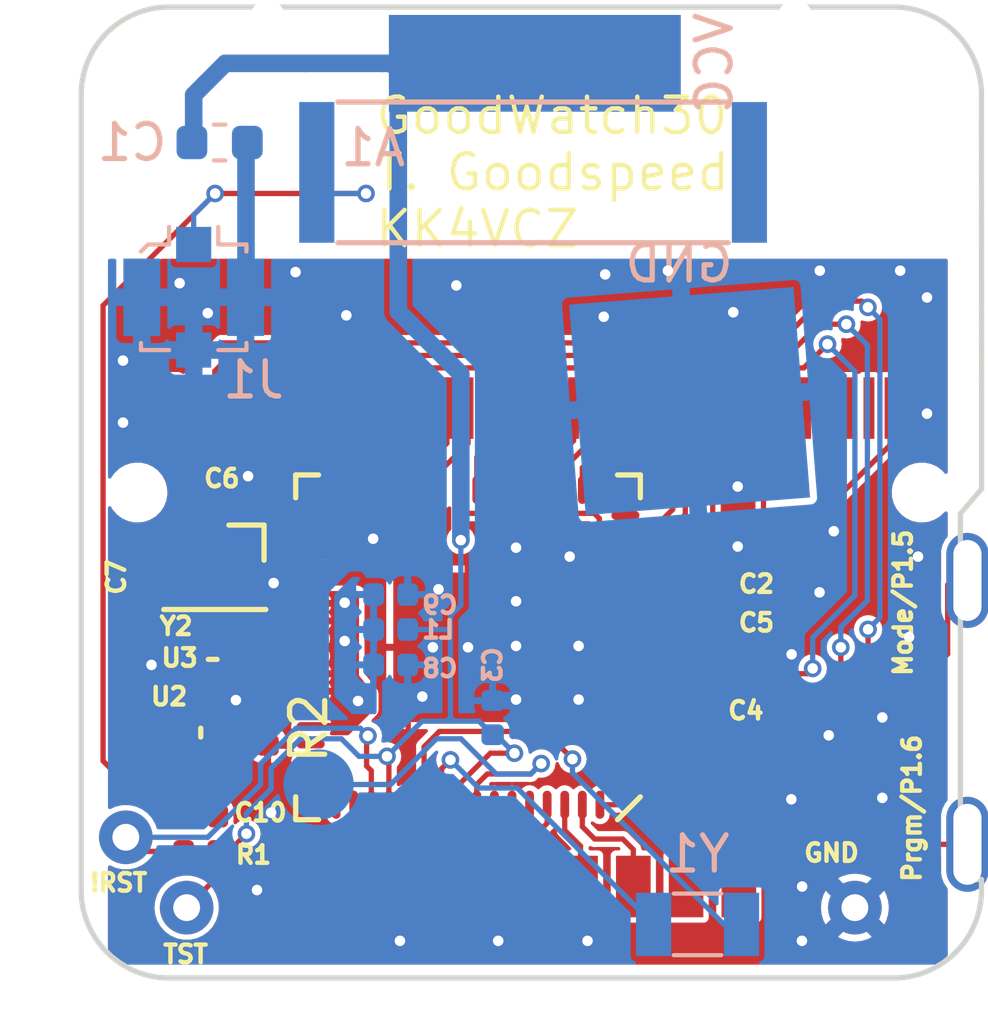
<source format=kicad_pcb>
(kicad_pcb (version 20221018) (generator pcbnew)
  (title_block (title "GoodWatch") (rev "30") (comment 1 "by TravisGoodspeed") (comment 2 "the CC430F6137.  Tuned for either 70cm (<500MHz) or 33cm (<1GHz).") (comment 3 "Replacement PCB for the Casio 3208 watch module (CA53 or CA506) built around"))
  (layers (0 "F.Cu" signal) (31 "B.Cu" signal) (34 "B.Paste" user) (35 "F.Paste" user) (36 "B.SilkS" user "B.Silkscreen") (37 "F.SilkS" user "F.Silkscreen") (38 "B.Mask" user) (39 "F.Mask" user) (44 "Edge.Cuts" user))
  (net 0 "")
  (net 1 "Net-(LCD1-Pad1)")
  (net 2 "Net-(LCD1-Pad5)")
  (net 3 "Net-(LCD1-Pad6)")
  (net 4 "Net-(LCD1-Pad7)")
  (net 5 "Net-(LCD1-Pad8)")
  (net 6 "Net-(LCD1-Pad9)")
  (net 7 "Net-(LCD1-Pad10)")
  (net 8 "Net-(LCD1-Pad11)")
  (net 9 "Net-(LCD1-Pad12)")
  (net 10 "Net-(LCD1-Pad13)")
  (net 11 "Net-(LCD1-Pad14)")
  (net 12 "Net-(LCD1-Pad15)")
  (net 13 "Net-(LCD1-Pad16)")
  (net 14 "Net-(LCD1-Pad17)")
  (net 15 "Net-(LCD1-Pad18)")
  (net 16 "Net-(LCD1-Pad19)")
  (net 17 "Net-(LCD1-Pad20)")
  (net 18 "Net-(LCD1-Pad21)")
  (net 19 "Net-(LCD1-Pad22)")
  (net 20 "Net-(LCD1-Pad23)")
  (net 21 "Net-(LCD1-Pad24)")
  (net 22 "Net-(LCD1-Pad25)")
  (net 23 "Net-(LCD1-Pad26)")
  (net 24 "Net-(LCD1-Pad27)")
  (net 25 "Net-(LCD1-Pad28)")
  (net 26 "Net-(LCD1-Pad29)")
  (net 27 "Net-(LCD1-Pad30)")
  (net 28 "Net-(LCD1-Pad31)")
  (net 29 "Net-(LCD1-Pad32)")
  (net 30 "Net-(LCD1-Pad33)")
  (net 31 "Net-(LCD1-Pad34)")
  (net 32 "Net-(BRD1-Pad4)")
  (net 33 "Net-(BRD1-Pad3)")
  (net 34 "Net-(KPD1-Pad1)")
  (net 35 "Net-(KPD1-Pad2)")
  (net 36 "Net-(KPD1-Pad3)")
  (net 37 "Net-(KPD1-Pad4)")
  (net 38 "Net-(KPD1-Pad5)")
  (net 39 "Net-(KPD1-Pad6)")
  (net 40 "Net-(KPD1-Pad7)")
  (net 41 "Net-(KPD1-Pad8)")
  (net 42 "Net-(KPD1-Pad9)")
  (net 43 "GND")
  (net 44 "VCC")
  (net 45 "Net-(U1-Pad46)")
  (net 46 "Net-(U1-Pad47)")
  (net 47 "Net-(U1-Pad48)")
  (net 48 "Net-(U1-Pad49)")
  (net 49 "Net-(U1-Pad54)")
  (net 50 "Net-(U1-Pad55)")
  (net 51 "/TST")
  (net 52 "/!RST")
  (net 53 "/COM0")
  (net 54 "/COM1")
  (net 55 "/COM2")
  (net 56 "/VCORE")
  (net 57 "Net-(LCD1-Pad35)")
  (net 58 "/LCDCAP")
  (net 59 "/RF_P")
  (net 60 "/RF_N")
  (net 61 "Net-(A1-Pad1)")
  (net 62 "Net-(R2-Pad1)")
  (net 63 "/RF_XIN")
  (net 64 "/RF_XOUT")
  (net 65 "/RFVCC")
  (net 66 "/BUZZ")
  (net 67 "Net-(C10-Pad1)")
  (net 68 "Net-(U2-Pad2)")
  (net 69 "Net-(U2-Pad6)")
  (net 70 "Net-(U2-Pad8)")
  (net 71 "Net-(U3-Pad5)")
  (net 72 "Net-(U3-Pad6)")
  (footprint "goodwatch30:LP15" (layer "F.Cu") (at 100 79.8 90)
    (fp_text reference "U2")
    (fp_text value "0915LP15B02")
  )
  (footprint "goodwatch30:B0310J50100AHF" (layer "F.Cu") (at 100.965 77.343 180)
    (fp_text reference "U3")
    (fp_text value "B0310J50100AHF")
  )
  (footprint "goodwatch30:CC430F613x" (layer "F.Cu") (at 107.6 77 180)
    (fp_text reference "U1" hide)
    (fp_text value "CC430F613x" hide)
  )
  (footprint "Capacitor_SMD:C_0402_1005Metric" (layer "F.Cu") (at 115.523 79.669)
    (fp_text reference "C4")
    (fp_text value "10uF")
  )
  (footprint "goodwatch30:FA128" (layer "F.Cu") (at 100.4 74.725 180)
    (fp_text reference "Y2")
    (fp_text value "FA128 26MHz")
  )
  (footprint "goodwatch30:ca53board" (layer "F.Cu") (at 96.6 86.4)
    (fp_text reference "BRD1" hide)
    (fp_text value "CA53BOARD" hide)
  )
  (footprint "goodwatch30:ca53lcd" (layer "F.Cu") (at 99 70.2)
    (fp_text reference "LCD1" hide)
    (fp_text value "CA53LCD" hide)
  )
  (footprint "goodwatch30:ca53keypad" (layer "F.Cu") (at 102.8 83.8)
    (fp_text reference "KPD1" hide)
    (fp_text value "CA53KEYPAD" hide)
  )
  (footprint "Resistor_SMD:R_0402_1005Metric" (layer "F.Cu") (at 101.9 79.3 -90)
    (fp_text reference "R2")
    (fp_text value "56k")
  )
  (footprint "Resistor_SMD:R_0402_1005Metric" (layer "F.Cu") (at 100 82.8 180)
    (fp_text reference "R1")
    (fp_text value "75k")
  )
  (footprint "Capacitor_SMD:C_0402_1005Metric" (layer "F.Cu") (at 100 81.8 180)
    (fp_text reference "C10")
    (fp_text value "220pF")
  )
  (footprint "Capacitor_SMD:C_0402_1005Metric" (layer "F.Cu") (at 98.4796 75 90)
    (fp_text reference "C7")
    (fp_text value "12pF")
  )
  (footprint "Capacitor_SMD:C_0402_1005Metric" (layer "F.Cu") (at 101 73.0396 180)
    (fp_text reference "C6")
    (fp_text value "12pF")
  )
  (footprint "Capacitor_SMD:C_0402_1005Metric" (layer "F.Cu") (at 114.253 76.24)
    (fp_text reference "C5")
    (fp_text value "0.47uF")
  )
  (footprint "Capacitor_SMD:C_0402_1005Metric" (layer "F.Cu") (at 114.253 75.224)
    (fp_text reference "C2")
    (fp_text value "0.1uF")
  )
  (footprint "Crystal:Crystal_SMD_3215-2Pin_3.2x1.5mm" (layer "B.Cu") (at 114.126 84.876 180)
    (fp_text reference "Y1")
    (fp_text value "32.768kHz")
  )
  (footprint "Inductor_SMD:L_0402_1005Metric" (layer "B.Cu") (at 105.4 76.494)
    (fp_text reference "L1")
    (fp_text value "Ferrite 1k")
  )
  (footprint "Capacitor_SMD:C_0603_1608Metric" (layer "B.Cu") (at 100.537 62.651)
    (fp_text reference "C1")
    (fp_text value "47uF")
  )
  (footprint "Connector_Coaxial:U.FL_Molex_MCRF_73412-0110_Vertical" (layer "B.Cu") (at 99.8 67.05)
    (fp_text reference "J1")
    (fp_text value "ANT_U.FL")
  )
  (footprint "goodwatch30:YageoS432" (layer "B.Cu") (at 109.45 63.5)
    (fp_text reference "A1")
    (fp_text value "YageoS432")
  )
  (footprint "Capacitor_SMD:C_0402_1005Metric" (layer "B.Cu") (at 108.3 79 90)
    (fp_text reference "C3")
    (fp_text value "0.1uF")
  )
  (footprint "Capacitor_SMD:C_0402_1005Metric" (layer "B.Cu") (at 105.4 75.5)
    (fp_text reference "C9")
    (fp_text value "0.1uF")
  )
  (footprint "Capacitor_SMD:C_0402_1005Metric" (layer "B.Cu") (at 105.4 77.5)
    (fp_text reference "C8")
    (fp_text value "0.1uF")
  )
  (gr_line (start 122.2 83.9) (end 122.2 83.6) (stroke (width 0.15)) (layer "Edge.Cuts"))
  (gr_line (start 99.1 86.4) (end 119.7 86.4) (stroke (width 0.15)) (layer "Edge.Cuts"))
  (gr_arc (start 96.6 61.3) (mid 97.332233 59.532233) (end 99.1 58.8) (stroke (width 0.15)) (layer "Edge.Cuts"))
  (gr_line (start 121.6 73.2) (end 122.2 72.5) (stroke (width 0.15)) (layer "Edge.Cuts"))
  (gr_arc (start 119.7 58.8) (mid 121.467767 59.532233) (end 122.2 61.3) (stroke (width 0.15)) (layer "Edge.Cuts"))
  (gr_line (start 119.7 58.8) (end 99.1 58.8) (stroke (width 0.15)) (layer "Edge.Cuts"))
  (gr_line (start 121.6 83.6) (end 121.6 73.2) (stroke (width 0.15)) (layer "Edge.Cuts"))
  (gr_line (start 122.2 83.6) (end 121.6 83.6) (stroke (width 0.15)) (layer "Edge.Cuts"))
  (gr_arc (start 99.1 86.4) (mid 97.332233 85.667767) (end 96.6 83.9) (stroke (width 0.15)) (layer "Edge.Cuts"))
  (gr_arc (start 122.2 83.9) (mid 121.467767 85.667767) (end 119.7 86.4) (stroke (width 0.15)) (layer "Edge.Cuts"))
  (gr_line (start 96.6 61.3) (end 96.6 83.9) (stroke (width 0.15)) (layer "Edge.Cuts"))
  (gr_line (start 122.2032 72.5062) (end 122.2 61.3) (stroke (width 0.15)) (layer "Edge.Cuts"))
  (gr_text "GND" (at 117.936 82.844) (layer "F.SilkS") (effects (font (size 0.5 0.5) (thickness 0.125))))
  (gr_text "Mode/P1.5" (at 119.968 75.732 90) (layer "F.SilkS") (effects (font (size 0.5 0.5) (thickness 0.125))))
  (gr_text "!RST" (at 97.663 83.693) (layer "F.SilkS") (effects (font (size 0.5 0.5) (thickness 0.125))))
  (gr_text "Prgm/P1.6" (at 120.222 81.574 90) (layer "F.SilkS") (effects (font (size 0.5 0.5) (thickness 0.125))))
  (gr_text "TST" (at 99.568 85.725) (layer "F.SilkS") (effects (font (size 0.5 0.5) (thickness 0.125))))
  (gr_text "GoodWatch30\nT. Goodspeed\nKK4VCZ" (at 104.902 63.5) (layer "F.SilkS") (effects (font (size 1 1) (thickness 0.125)) (justify left)))
  (segment (start 102.2 72.811092) (end 102.2 70.2) (width 0.15) (layer "F.Cu") (net 3))
  (segment (start 103.125 74.169) (end 103.09771 74.14171) (width 0.15) (layer "F.Cu") (net 3))
  (segment (start 103.125 74.25) (end 103.125 74.169) (width 0.15) (layer "F.Cu") (net 3))
  (segment (start 102.436002 74.14171) (end 102.10268 73.808388) (width 0.15) (layer "F.Cu") (net 3))
  (segment (start 102.10268 73.808388) (end 102.10268 72.908412) (width 0.15) (layer "F.Cu") (net 3))
  (segment (start 103.09771 74.14171) (end 102.436002 74.14171) (width 0.15) (layer "F.Cu") (net 3))
  (segment (start 102.10268 72.908412) (end 102.2 72.811092) (width 0.15) (layer "F.Cu") (net 3))
  (segment (start 103.125 73.75) (end 102.5472 73.75) (width 0.15) (layer "F.Cu") (net 4))
  (segment (start 102.8 72.714) (end 102.8 70.2) (width 0.15) (layer "F.Cu") (net 4))
  (segment (start 102.45829 73.66109) (end 102.45829 73.05571) (width 0.15) (layer "F.Cu") (net 4))
  (segment (start 102.5472 73.75) (end 102.45829 73.66109) (width 0.15) (layer "F.Cu") (net 4))
  (segment (start 102.45829 73.05571) (end 102.8 72.714) (width 0.15) (layer "F.Cu") (net 4))
  (segment (start 103.4 70.2) (end 103.4 72.975) (width 0.15) (layer "F.Cu") (net 5))
  (segment (start 103.4 72.975) (end 103.125 73.25) (width 0.15) (layer "F.Cu") (net 5))
  (segment (start 104 71.2) (end 103.85 71.35) (width 0.15) (layer "F.Cu") (net 6))
  (segment (start 103.85 71.35) (end 103.85 72.525) (width 0.15) (layer "F.Cu") (net 6))
  (segment (start 104 70.2) (end 104 71.2) (width 0.15) (layer "F.Cu") (net 6))
  (segment (start 104.35 71.45) (end 104.35 72.525) (width 0.15) (layer "F.Cu") (net 7))
  (segment (start 104.6 70.2) (end 104.6 71.2) (width 0.15) (layer "F.Cu") (net 7))
  (segment (start 104.6 71.2) (end 104.35 71.45) (width 0.15) (layer "F.Cu") (net 7))
  (segment (start 104.85 71.55) (end 104.85 72.525) (width 0.15) (layer "F.Cu") (net 8))
  (segment (start 105.2 70.2) (end 105.2 71.2) (width 0.15) (layer "F.Cu") (net 8))
  (segment (start 105.2 71.2) (end 104.85 71.55) (width 0.15) (layer "F.Cu") (net 8))
  (segment (start 105.8 70.2) (end 105.8 71.220807) (width 0.15) (layer "F.Cu") (net 9))
  (segment (start 105.8 71.220807) (end 105.35 71.670807) (width 0.15) (layer "F.Cu") (net 9))
  (segment (start 105.35 71.670807) (end 105.35 72.525) (width 0.15) (layer "F.Cu") (net 9))
  (segment (start 105.85 71.75) (end 105.85 72.525) (width 0.15) (layer "F.Cu") (net 10))
  (segment (start 106.4 70.2) (end 106.4 71.2) (width 0.15) (layer "F.Cu") (net 10))
  (segment (start 106.4 71.2) (end 105.85 71.75) (width 0.15) (layer "F.Cu") (net 10))
  (segment (start 107 71.2) (end 106.35 71.85) (width 0.15) (layer "F.Cu") (net 11))
  (segment (start 106.35 71.85) (end 106.35 72.525) (width 0.15) (layer "F.Cu") (net 11))
  (segment (start 107 70.2) (end 107 71.2) (width 0.15) (layer "F.Cu") (net 11))
  (segment (start 107.6 70.2) (end 107.6 71.2) (width 0.15) (layer "F.Cu") (net 12))
  (segment (start 106.85 71.95) (end 106.85 72.525) (width 0.15) (layer "F.Cu") (net 12))
  (segment (start 107.6 71.2) (end 106.85 71.95) (width 0.15) (layer "F.Cu") (net 12))
  (segment (start 108.2 71.244) (end 107.85 71.594) (width 0.15) (layer "F.Cu") (net 13))
  (segment (start 107.85 71.594) (end 107.85 72.525) (width 0.15) (layer "F.Cu") (net 13))
  (segment (start 108.2 70.2) (end 108.2 71.244) (width 0.15) (layer "F.Cu") (net 13))
  (segment (start 108.8 71.152) (end 108.35 71.602) (width 0.15) (layer "F.Cu") (net 14))
  (segment (start 108.35 71.602) (end 108.35 72.525) (width 0.15) (layer "F.Cu") (net 14))
  (segment (start 108.8 70.2) (end 108.8 71.152) (width 0.15) (layer "F.Cu") (net 14))
  (segment (start 109.4 71.06) (end 108.85 71.61) (width 0.15) (layer "F.Cu") (net 15))
  (segment (start 108.85 71.61) (end 108.85 72.525) (width 0.15) (layer "F.Cu") (net 15))
  (segment (start 109.4 70.2) (end 109.4 71.06) (width 0.15) (layer "F.Cu") (net 15))
  (segment (start 110 71.095) (end 109.35 71.745) (width 0.15) (layer "F.Cu") (net 16))
  (segment (start 109.35 71.745) (end 109.35 72.525) (width 0.15) (layer "F.Cu") (net 16))
  (segment (start 110 70.2) (end 110 71.095) (width 0.15) (layer "F.Cu") (net 16))
  (segment (start 110.6 71.13) (end 109.808 71.922) (width 0.15) (layer "F.Cu") (net 17))
  (segment (start 109.808 71.922) (end 109.808 72.483) (width 0.15) (layer "F.Cu") (net 17))
  (segment (start 109.808 72.483) (end 109.85 72.525) (width 0.15) (layer "F.Cu") (net 17))
  (segment (start 110.6 70.2) (end 110.6 71.13) (width 0.15) (layer "F.Cu") (net 17))
  (segment (start 111.2 71.032898) (end 110.951 71.281898) (width 0.15) (layer "F.Cu") (net 18))
  (segment (start 110.951 71.281898) (end 110.313449 71.919449) (width 0.15) (layer "F.Cu") (net 18))
  (segment (start 110.313449 71.919449) (end 110.313449 72.488449) (width 0.15) (layer "F.Cu") (net 18))
  (segment (start 110.313449 72.488449) (end 110.35 72.525) (width 0.15) (layer "F.Cu") (net 18))
  (segment (start 111.2 70.2) (end 111.2 71.032898) (width 0.15) (layer "F.Cu") (net 18))
  (segment (start 111.8 71.073) (end 111.400602 71.472398) (width 0.15) (layer "F.Cu") (net 19))
  (segment (start 111.400602 71.472398) (end 111.273602 71.472398) (width 0.15) (layer "F.Cu") (net 19))
  (segment (start 111.273602 71.472398) (end 110.85 71.896) (width 0.15) (layer "F.Cu") (net 19))
  (segment (start 110.85 71.896) (end 110.85 72.525) (width 0.15) (layer "F.Cu") (net 19))
  (segment (start 111.8 70.2) (end 111.8 71.073) (width 0.15) (layer "F.Cu") (net 19))
  (segment (start 112.4 71.108) (end 111.35 72.158) (width 0.15) (layer "F.Cu") (net 20))
  (segment (start 111.35 72.158) (end 111.35 72.525) (width 0.15) (layer "F.Cu") (net 20))
  (segment (start 112.4 70.2) (end 112.4 71.108) (width 0.15) (layer "F.Cu") (net 20))
  (segment (start 113 71.2528) (end 112.075 72.1778) (width 0.15) (layer "F.Cu") (net 21))
  (segment (start 112.075 72.1778) (end 112.075 73.25) (width 0.15) (layer "F.Cu") (net 21))
  (segment (start 113 70.2) (end 113 71.2528) (width 0.15) (layer "F.Cu") (net 21))
  (segment (start 112.75 73.75) (end 112.075 73.75) (width 0.15) (layer "F.Cu") (net 22))
  (segment (start 113.6 70.2) (end 113.6 70.67) (width 0.15) (layer "F.Cu") (net 22))
  (segment (start 113.6 71.2528) (end 113.421701 71.431099) (width 0.15) (layer "F.Cu") (net 22))
  (segment (start 113.6 70.2) (end 113.6 71.2528) (width 0.15) (layer "F.Cu") (net 22))
  (segment (start 113.421701 71.431099) (end 113.421701 73.078299) (width 0.15) (layer "F.Cu") (net 22))
  (segment (start 113.421701 73.078299) (end 112.75 73.75) (width 0.15) (layer "F.Cu") (net 22))
  (segment (start 114.2 70.2) (end 114.2 71.3) (width 0.15) (layer "F.Cu") (net 23))
  (segment (start 113.777311 71.722689) (end 113.777311 73.222689) (width 0.15) (layer "F.Cu") (net 23))
  (segment (start 114.2 71.3) (end 113.777311 71.722689) (width 0.15) (layer "F.Cu") (net 23))
  (segment (start 112.75 74.25) (end 112.075 74.25) (width 0.15) (layer "F.Cu") (net 23))
  (segment (start 113.777311 73.222689) (end 112.75 74.25) (width 0.15) (layer "F.Cu") (net 23))
  (segment (start 112.75 74.75) (end 112.075 74.75) (width 0.15) (layer "F.Cu") (net 24))
  (segment (start 114.8 70.2) (end 114.8 71.3) (width 0.15) (layer "F.Cu") (net 24))
  (segment (start 114.13292 73.36708) (end 112.75 74.75) (width 0.15) (layer "F.Cu") (net 24))
  (segment (start 114.8 71.3) (end 114.13292 71.96708) (width 0.15) (layer "F.Cu") (net 24))
  (segment (start 114.13292 71.96708) (end 114.13292 73.36708) (width 0.15) (layer "F.Cu") (net 24))
  (segment (start 114.558719 73.441281) (end 114.558719 72.094081) (width 0.15) (layer "F.Cu") (net 25))
  (segment (start 112.075 75.25) (end 112.75 75.25) (width 0.15) (layer "F.Cu") (net 25))
  (segment (start 112.75 75.25) (end 114.558719 73.441281) (width 0.15) (layer "F.Cu") (net 25))
  (segment (start 114.558719 72.094081) (end 115.4 71.2528) (width 0.15) (layer "F.Cu") (net 25))
  (segment (start 115.4 71.2528) (end 115.4 70.2) (width 0.15) (layer "F.Cu") (net 25))
  (segment (start 116 71.2528) (end 116 70.2) (width 0.15) (layer "F.Cu") (net 26))
  (segment (start 113.1 76.9) (end 115.5 76.9) (width 0.15) (layer "F.Cu") (net 26))
  (segment (start 116 76.4) (end 116 71.2528) (width 0.15) (layer "F.Cu") (net 26))
  (segment (start 112.075 76.75) (end 112.95 76.75) (width 0.15) (layer "F.Cu") (net 26))
  (segment (start 112.95 76.75) (end 113.1 76.9) (width 0.15) (layer "F.Cu") (net 26))
  (segment (start 115.5 76.9) (end 116 76.4) (width 0.15) (layer "F.Cu") (net 26))
  (segment (start 121.8 81.85) (end 121.8 82.6) (width 0.15) (layer "F.Cu") (net 32))
  (segment (start 116.158 82.810438) (end 120.763562 82.810438) (width 0.15) (layer "F.Cu") (net 32))
  (segment (start 120.763562 82.810438) (end 120.974 82.6) (width 0.15) (layer "F.Cu") (net 32))
  (segment (start 120.974 82.6) (end 121.8 82.6) (width 0.15) (layer "F.Cu") (net 32))
  (segment (start 113.597562 80.25) (end 116.158 82.810438) (width 0.15) (layer "F.Cu") (net 32))
  (segment (start 112.075 80.25) (end 113.597562 80.25) (width 0.15) (layer "F.Cu") (net 32))
  (segment (start 120.6 77.8278) (end 121.238 77.1898) (width 0.15) (layer "F.Cu") (net 33))
  (segment (start 121.238 77.1898) (end 121.238 75.224) (width 0.15) (layer "F.Cu") (net 33))
  (segment (start 113.60047 79.75) (end 116.305298 82.454828) (width 0.15) (layer "F.Cu") (net 33))
  (segment (start 120.6 81.8) (end 120.6 77.8278) (width 0.15) (layer "F.Cu") (net 33))
  (segment (start 116.305298 82.454828) (end 119.945172 82.454828) (width 0.15) (layer "F.Cu") (net 33))
  (segment (start 121.238 75.224) (end 121.676 75.224) (width 0.15) (layer "F.Cu") (net 33))
  (segment (start 119.945172 82.454828) (end 120.6 81.8) (width 0.15) (layer "F.Cu") (net 33))
  (segment (start 121.676 75.224) (end 121.8 75.1) (width 0.15) (layer "F.Cu") (net 33))
  (segment (start 112.075 79.75) (end 113.60047 79.75) (width 0.15) (layer "F.Cu") (net 33))
  (segment (start 107.943933 82.302689) (end 108.35 81.896622) (width 0.15) (layer "F.Cu") (net 35))
  (segment (start 104.8 83.4175) (end 105.559201 82.658299) (width 0.15) (layer "F.Cu") (net 35))
  (segment (start 105.559201 82.658299) (end 106.556293 82.658299) (width 0.15) (layer "F.Cu") (net 35))
  (segment (start 104.8 84.1825) (end 104.8 83.8) (width 0.15) (layer "F.Cu") (net 35))
  (segment (start 108.35 81.475) (end 108.35 81.803961) (width 0.15) (layer "F.Cu") (net 35))
  (segment (start 106.911903 82.302689) (end 107.943933 82.302689) (width 0.15) (layer "F.Cu") (net 35))
  (segment (start 104.8 83.8) (end 104.8 83.4175) (width 0.15) (layer "F.Cu") (net 35))
  (segment (start 108.35 81.896622) (end 108.35 81.475) (width 0.15) (layer "F.Cu") (net 35))
  (segment (start 106.556293 82.658299) (end 106.911903 82.302689) (width 0.15) (layer "F.Cu") (net 35))
  (segment (start 106.3 83.8) (end 106.3 83.4175) (width 0.15) (layer "F.Cu") (net 36))
  (segment (start 107.059201 82.658299) (end 108.141701 82.658299) (width 0.15) (layer "F.Cu") (net 36))
  (segment (start 108.141701 82.658299) (end 108.85 81.95) (width 0.15) (layer "F.Cu") (net 36))
  (segment (start 106.3 83.4175) (end 107.059201 82.658299) (width 0.15) (layer "F.Cu") (net 36))
  (segment (start 108.85 81.95) (end 108.85 81.475) (width 0.15) (layer "F.Cu") (net 36))
  (segment (start 108.540799 82.805611) (end 109.35 81.99641) (width 0.15) (layer "F.Cu") (net 37))
  (segment (start 109.35 81.99641) (end 109.35 81.475) (width 0.15) (layer "F.Cu") (net 37))
  (segment (start 108.240799 83.8) (end 108.540799 83.5) (width 0.15) (layer "F.Cu") (net 37))
  (segment (start 107.8 83.8) (end 108.240799 83.8) (width 0.15) (layer "F.Cu") (net 37))
  (segment (start 108.540799 83.5) (end 108.540799 82.805611) (width 0.15) (layer "F.Cu") (net 37))
  (segment (start 109.35 83.75) (end 109.3 83.8) (width 0.15) (layer "F.Cu") (net 38))
  (segment (start 109.3 83.8) (end 109.3 83.098) (width 0.15) (layer "F.Cu") (net 38))
  (segment (start 109.85 82) (end 109.35 82.5) (width 0.15) (layer "F.Cu") (net 38))
  (segment (start 109.35 82.5) (end 109.35 83.75) (width 0.15) (layer "F.Cu") (net 38))
  (segment (start 109.85 81.475) (end 109.85 82) (width 0.15) (layer "F.Cu") (net 38))
  (segment (start 110.35 82.2) (end 110.35 81.475) (width 0.15) (layer "F.Cu") (net 39))
  (segment (start 110.8 83.8) (end 110.8 82.65) (width 0.15) (layer "F.Cu") (net 39))
  (segment (start 110.8 82.65) (end 110.35 82.2) (width 0.15) (layer "F.Cu") (net 39))
  (segment (start 110.85 82.1) (end 111.2 82.45) (width 0.15) (layer "F.Cu") (net 40))
  (segment (start 112 82.45) (end 112.3 82.75) (width 0.15) (layer "F.Cu") (net 40))
  (segment (start 110.85 81.475) (end 110.85 82.1) (width 0.15) (layer "F.Cu") (net 40))
  (segment (start 111.2 82.45) (end 112 82.45) (width 0.15) (layer "F.Cu") (net 40))
  (segment (start 112.3 82.75) (end 112.3 83.8) (width 0.15) (layer "F.Cu") (net 40))
  (segment (start 112.63 81.475) (end 113.8 82.645) (width 0.15) (layer "F.Cu") (net 41))
  (segment (start 113.8 82.645) (end 113.8 83.8) (width 0.15) (layer "F.Cu") (net 41))
  (segment (start 111.35 81.475) (end 112.63 81.475) (width 0.15) (layer "F.Cu") (net 41))
  (segment (start 113.429 80.75) (end 115.3 82.621) (width 0.15) (layer "F.Cu") (net 42))
  (segment (start 115.3 82.621) (end 115.3 83.8) (width 0.15) (layer "F.Cu") (net 42))
  (segment (start 112.075 80.75) (end 113.429 80.75) (width 0.15) (layer "F.Cu") (net 42))
  (segment (start 108.966 76.962) (end 107.638 76.962) (width 0.15) (layer "F.Cu") (net 43))
  (segment (start 105.85 81.475) (end 105.85 82.05) (width 0.15) (layer "F.Cu") (net 43))
  (segment (start 105.6 82.3) (end 105.1 82.3) (width 0.15) (layer "F.Cu") (net 43))
  (segment (start 101.0704 75.3072) (end 101.93737 75.3072) (width 0.15) (layer "F.Cu") (net 43))
  (segment (start 105.9 81.425) (end 105.9 78.7) (width 0.15) (layer "F.Cu") (net 43))
  (segment (start 107.638 76.962) (end 107.6 77) (width 0.15) (layer "F.Cu") (net 43))
  (segment (start 101.259 72.049) (end 101.346 72.136) (width 0.15) (layer "F.Cu") (net 43))
  (segment (start 105.9 78.7) (end 107.6 77) (width 0.15) (layer "F.Cu") (net 43))
  (segment (start 99.31 74.515) (end 99.675 74.15) (width 0.15) (layer "F.Cu") (net 43))
  (segment (start 98.4796 74.515) (end 99.31 74.515) (width 0.15) (layer "F.Cu") (net 43))
  (segment (start 105.85 82.05) (end 105.6 82.3) (width 0.15) (layer "F.Cu") (net 43))
  (segment (start 105.85 81.475) (end 105.9 81.425) (width 0.15) (layer "F.Cu") (net 43))
  (segment (start 101.93737 75.3072) (end 102.072285 75.172285) (width 0.15) (layer "F.Cu") (net 43))
  (segment (start 119.34 81.32) (end 119.38 81.28) (width 0.15) (layer "F.Cu") (net 43))
  (via (at 99.4 66.65) (size 0.5) (drill 0.3) (layers "F.Cu" "B.Cu") (net 43))
  (via (at 102.696 66.334) (size 0.5) (drill 0.3) (layers "F.Cu" "B.Cu") (net 43))
  (via (at 107.268 66.715) (size 0.5) (drill 0.3) (layers "F.Cu" "B.Cu") (net 43))
  (via (at 116.793 81.32) (size 0.5) (drill 0.3) (layers "F.Cu" "B.Cu") (net 43))
  (via (at 108.966 78.486) (size 0.5) (drill 0.3) (layers "F.Cu" "B.Cu") (net 43))
  (via (at 108.966 76.962) (size 0.5) (drill 0.3) (layers "F.Cu" "B.Cu") (net 43))
  (via (at 108.966 75.692) (size 0.5) (drill 0.3) (layers "F.Cu" "B.Cu") (net 43))
  (via (at 98.6 77.5) (size 0.5) (drill 0.3) (layers "F.Cu" "B.Cu") (net 43))
  (via (at 101.6 83.9) (size 0.5) (drill 0.3) (layers "F.Cu" "B.Cu") (net 43))
  (via (at 102 81.7) (size 0.5) (drill 0.3) (layers "F.Cu" "B.Cu") (net 43))
  (via (at 111.5 66.4) (size 0.5) (drill 0.3) (layers "F.Cu" "B.Cu") (net 43))
  (via (at 106.3 78.4) (size 0.5) (drill 0.3) (layers "F.Cu" "B.Cu") (net 43))
  (via (at 119.38 81.28) (size 0.5) (drill 0.3) (layers "F.Cu" "B.Cu") (net 43))
  (via (at 106.76 75.351) (size 0.5) (drill 0.3) (layers "F.Cu" "B.Cu") (net 43))
  (via (at 107.6 77) (size 0.5) (drill 0.3) (layers "F.Cu" "B.Cu") (net 43))
  (via (at 115.142 67.477) (size 0.5) (drill 0.3) (layers "F.Cu" "B.Cu") (net 43))
  (via (at 115.269 72.43) (size 0.5) (drill 0.3) (layers "F.Cu" "B.Cu") (net 43))
  (via (at 104.14 67.564) (size 0.5) (drill 0.3) (layers "F.Cu" "B.Cu") (net 43))
  (via (at 102.072285 75.172285) (size 0.5) (drill 0.3) (layers "F.Cu" "B.Cu") (net 43))
  (via (at 113.284 66.294) (size 0.5) (drill 0.3) (layers "F.Cu" "B.Cu") (net 43))
  (via (at 97.79 70.612) (size 0.5) (drill 0.3) (layers "F.Cu" "B.Cu") (net 43))
  (via (at 110.744 78.486) (size 0.5) (drill 0.3) (layers "F.Cu" "B.Cu") (net 43))
  (via (at 117.602 66.294) (size 0.5) (drill 0.3) (layers "F.Cu" "B.Cu") (net 43))
  (via (at 119.888 66.294) (size 0.5) (drill 0.3) (layers "F.Cu" "B.Cu") (net 43))
  (via (at 101.346 72.136) (size 0.5) (drill 0.3) (layers "F.Cu" "B.Cu") (net 43))
  (via (at 116.8 77.2) (size 0.5) (drill 0.3) (layers "F.Cu" "B.Cu") (net 43))
  (via (at 97.79 68.85) (size 0.5) (drill 0.3) (layers "F.Cu" "B.Cu") (net 43))
  (via (at 120.142 76.708) (size 0.5) (drill 0.3) (layers "F.Cu" "B.Cu") (net 43))
  (via (at 117.094 85.344) (size 0.5) (drill 0.3) (layers "F.Cu" "B.Cu") (net 43))
  (via (at 120.65 67.056) (size 0.5) (drill 0.3) (layers "F.Cu" "B.Cu") (net 43))
  (via (at 108.458 85.344) (size 0.5) (drill 0.3) (layers "F.Cu" "B.Cu") (net 43))
  (via (at 105.664 85.344) (size 0.5) (drill 0.3) (layers "F.Cu" "B.Cu") (net 43))
  (via (at 106.6 77) (size 0.5) (drill 0.3) (layers "F.Cu" "B.Cu") (net 43))
  (via (at 115.269 74.1352) (size 0.5) (drill 0.3) (layers "F.Cu" "B.Cu") (net 43))
  (via (at 117.1 83.8) (size 0.5) (drill 0.3) (layers "F.Cu" "B.Cu") (net 43))
  (via (at 110.744 76.962) (size 0.5) (drill 0.3) (layers "F.Cu" "B.Cu") (net 43))
  (via (at 111.459 67.604) (size 0.5) (drill 0.3) (layers "F.Cu" "B.Cu") (net 43))
  (via (at 110.49 74.422) (size 0.5) (drill 0.3) (layers "F.Cu" "B.Cu") (net 43))
  (via (at 119.38 78.994) (size 0.5) (drill 0.3) (layers "F.Cu" "B.Cu") (net 43))
  (via (at 117.595 75.438) (size 0.5) (drill 0.3) (layers "F.Cu" "B.Cu") (net 43))
  (via (at 120.65 70.358) (size 0.5) (drill 0.3) (layers "F.Cu" "B.Cu") (net 43))
  (via (at 110.998 85.344) (size 0.5) (drill 0.3) (layers "F.Cu" "B.Cu") (net 43))
  (via (at 117.856 79.502) (size 0.5) (drill 0.3) (layers "F.Cu" "B.Cu") (net 43))
  (via (at 104.902 73.914) (size 0.5) (drill 0.3) (layers "F.Cu" "B.Cu") (net 43))
  (via (at 118 73.7) (size 0.5) (drill 0.3) (layers "F.Cu" "B.Cu") (net 43))
  (via (at 120.396 74.422) (size 0.5) (drill 0.3) (layers "F.Cu" "B.Cu") (net 43))
  (via (at 100.2 67.5) (size 0.5) (drill 0.3) (layers "F.Cu" "B.Cu") (net 43))
  (via (at 108.966 74.168) (size 0.5) (drill 0.3) (layers "F.Cu" "B.Cu") (net 43))
  (via (at 101 78.5) (size 0.5) (drill 0.3) (layers "F.Cu" "B.Cu") (net 43))
  (segment (start 107.649 77.049) (end 107.6 77) (width 0.15) (layer "B.Cu") (net 43))
  (segment (start 101.287 62.651) (end 101.287 67.505) (width 0.5) (layer "B.Cu") (net 43))
  (segment (start 101.287 67.505) (end 101.346 67.564) (width 0.15) (layer "B.Cu") (net 43))
  (segment (start 110.706 77) (end 110.744 76.962) (width 0.15) (layer "B.Cu") (net 43))
  (segment (start 111.187749 73.19171) (end 107.35829 73.19171) (width 0.15) (layer "F.Cu") (net 44))
  (segment (start 107.35 80.894292) (end 108.234292 80.01) (width 0.15) (layer "F.Cu") (net 44))
  (segment (start 112.075 75.75) (end 113.15 75.75) (width 0.15) (layer "F.Cu") (net 44))
  (segment (start 111.332 73.335961) (end 111.187749 73.19171) (width 0.15) (layer "F.Cu") (net 44))
  (segment (start 113.676 75.224) (end 113.933 75.224) (width 0.15) (layer "F.Cu") (net 44))
  (segment (start 112.075 75.75) (end 111.4972 75.75) (width 0.15) (layer "F.Cu") (net 44))
  (segment (start 105.35 81.475) (end 105.35 80.152815) (width 0.15) (layer "F.Cu") (net 44))
  (segment (start 113.15 75.75) (end 113.676 75.224) (width 0.15) (layer "F.Cu") (net 44))
  (segment (start 105.35 80.152815) (end 105.296397 80.099212) (width 0.15) (layer "F.Cu") (net 44))
  (segment (start 107.35 73.2) (end 107.35 73.909) (width 0.15) (layer "F.Cu") (net 44))
  (segment (start 107.35 81.475) (end 107.35 80.894292) (width 0.15) (layer "F.Cu") (net 44))
  (segment (start 107.35 73.909) (end 107.395 73.954) (width 0.15) (layer "F.Cu") (net 44))
  (segment (start 111.332 75.5848) (end 111.332 73.335961) (width 0.15) (layer "F.Cu") (net 44))
  (segment (start 112.093 75.732) (end 112.075 75.75) (width 0.15) (layer "F.Cu") (net 44))
  (segment (start 108.494736 80.01) (end 108.919 80.01) (width 0.15) (layer "F.Cu") (net 44))
  (segment (start 100.8 82.8) (end 101.3 82.3) (width 0.15) (layer "F.Cu") (net 44))
  (segment (start 108.234292 80.01) (end 108.494736 80.01) (width 0.15) (layer "F.Cu") (net 44))
  (segment (start 111.4972 75.75) (end 111.332 75.5848) (width 0.15) (layer "F.Cu") (net 44))
  (segment (start 107.35 73.1028) (end 107.35 73.2) (width 0.15) (layer "F.Cu") (net 44))
  (segment (start 100.485 82.8) (end 100.8 82.8) (width 0.15) (layer "F.Cu") (net 44))
  (segment (start 107.35829 73.19171) (end 107.35 73.2) (width 0.15) (layer "F.Cu") (net 44))
  (segment (start 107.35 73.1028) (end 107.35 72.525) (width 0.15) (layer "F.Cu") (net 44))
  (via (at 108.919 80.01) (size 0.5) (drill 0.3) (layers "F.Cu" "B.Cu") (net 44))
  (via (at 107.395 73.954) (size 0.5) (drill 0.3) (layers "F.Cu" "B.Cu") (net 44))
  (via (at 105.296397 80.099212) (size 0.5) (drill 0.3) (layers "F.Cu" "B.Cu") (net 44))
  (via (at 101.3 82.3) (size 0.5) (drill 0.3) (layers "F.Cu" "B.Cu") (net 44))
  (segment (start 107 79.1) (end 107.2 79.1) (width 0.15) (layer "B.Cu") (net 44))
  (segment (start 105.1722 60.4) (end 109.5 60.4) (width 0.5) (layer "B.Cu") (net 44))
  (segment (start 106.295609 79.1) (end 107 79.1) (width 0.15) (layer "B.Cu") (net 44))
  (segment (start 102 80.436998) (end 102.836998 79.6) (width 0.15) (layer "B.Cu") (net 44))
  (segment (start 101.3 81.724279) (end 102 81.024279) (width 0.15) (layer "B.Cu") (net 44))
  (segment (start 105.617 67.45161) (end 105.617 62.651) (width 0.5) (layer "B.Cu") (net 44))
  (segment (start 107.033299 76.5) (end 107.1 76.566701) (width 0.15) (layer "B.Cu") (net 44))
  (segment (start 105.296397 80.099212) (end 106.295609 79.1) (width 0.15) (layer "B.Cu") (net 44))
  (segment (start 99.812 62.651) (end 99.787 62.651) (width 0.15) (layer "B.Cu") (net 44))
  (segment (start 107.395 73.954) (end 107.395 69.22961) (width 0.5) (layer "B.Cu") (net 44))
  (segment (start 108.3 79.485) (end 108.394 79.485) (width 0.15) (layer "B.Cu") (net 44))
  (segment (start 107.1 79) (end 107 79.1) (width 0.15) (layer "B.Cu") (net 44))
  (segment (start 108.394 79.485) (end 108.919 80.01) (width 0.15) (layer "B.Cu") (net 44))
  (segment (start 107.395 75.805) (end 107.1 76.1) (width 0.15) (layer "B.Cu") (net 44))
  (segment (start 107.2 79.1) (end 107.915 79.1) (width 0.15) (layer "B.Cu") (net 44))
  (segment (start 104.942844 80.099212) (end 105.296397 80.099212) (width 0.15) (layer "B.Cu") (net 44))
  (segment (start 107.1 76.1) (end 107.1 76.6) (width 0.15) (layer "B.Cu") (net 44))
  (segment (start 104.499212 80.099212) (end 104.942844 80.099212) (width 0.15) (layer "B.Cu") (net 44))
  (segment (start 101.3 82.3) (end 101.3 81.724279) (width 0.15) (layer "B.Cu") (net 44))
  (segment (start 109.414 61.254) (end 109.42 61.26) (width 0.15) (layer "B.Cu") (net 44))
  (segment (start 100.7 60.4) (end 99.8 61.3) (width 0.5) (layer "B.Cu") (net 44))
  (segment (start 99.762 62.651) (end 99.787 62.651) (width 0.15) (layer "B.Cu") (net 44))
  (segment (start 108.919 79.9172) (end 108.919 79.958401) (width 0.15) (layer "B.Cu") (net 44))
  (segment (start 105.617 62.651) (end 105.617 60.8448) (width 0.5) (layer "B.Cu") (net 44))
  (segment (start 105.933 76.494) (end 107.027299 76.494) (width 0.15) (layer "B.Cu") (net 44))
  (segment (start 107.1 79) (end 107.2 79.1) (width 0.15) (layer "B.Cu") (net 44))
  (segment (start 102.836998 79.6) (end 104 79.6) (width 0.15) (layer "B.Cu") (net 44))
  (segment (start 105.617 60.8448) (end 105.1722 60.4) (width 0.15) (layer "B.Cu") (net 44))
  (segment (start 108.919 80.01) (end 108.919 79.919) (width 0.15) (layer "B.Cu") (net 44))
  (segment (start 102.9852 60.4) (end 105.1722 60.4) (width 0.5) (layer "B.Cu") (net 44))
  (segment (start 107.395 73.954) (end 107.395 75.805) (width 0.15) (layer "B.Cu") (net 44))
  (segment (start 104 79.6) (end 104.499212 80.099212) (width 0.15) (layer "B.Cu") (net 44))
  (segment (start 107.1 76.566701) (end 107.1 79) (width 0.15) (layer "B.Cu") (net 44))
  (segment (start 102 81.024279) (end 102 80.436998) (width 0.15) (layer "B.Cu") (net 44))
  (segment (start 107.395 69.22961) (end 105.617 67.45161) (width 0.5) (layer "B.Cu") (net 44))
  (segment (start 102.9852 60.4) (end 100.7 60.4) (width 0.5) (layer "B.Cu") (net 44))
  (segment (start 107.027299 76.494) (end 107.033299 76.5) (width 0.15) (layer "B.Cu") (net 44))
  (segment (start 99.8 61.3) (end 99.8 62.7) (width 0.5) (layer "B.Cu") (net 44))
  (segment (start 107.915 79.1) (end 108.3 79.485) (width 0.15) (layer "B.Cu") (net 44))
  (segment (start 106.785207 79.391701) (end 109.791701 79.391701) (width 0.15) (layer "F.Cu") (net 49))
  (segment (start 106.35 81.475) (end 106.35 79.826908) (width 0.15) (layer "F.Cu") (net 49))
  (segment (start 109.791701 79.391701) (end 110.57 80.17) (width 0.15) (layer "F.Cu") (net 49))
  (segment (start 106.35 79.826908) (end 106.785207 79.391701) (width 0.15) (layer "F.Cu") (net 49))
  (segment (start 110.57 80.17) (end 110.57 80.177) (width 0.15) (layer "F.Cu") (net 49))
  (via (at 110.57 80.177) (size 0.5) (drill 0.3) (layers "F.Cu" "B.Cu") (net 49))
  (segment (start 114.876 84.876) (end 115.376 84.876) (width 0.15) (layer "B.Cu") (net 49))
  (segment (start 110.57 80.57) (end 114.876 84.876) (width 0.15) (layer "B.Cu") (net 49))
  (segment (start 110.57 80.177) (end 110.57 80.57) (width 0.15) (layer "B.Cu") (net 49))
  (segment (start 106.85 81.475) (end 106.85 80.45) (width 0.15) (layer "F.Cu") (net 50))
  (segment (start 106.85 80.45) (end 107.1 80.2) (width 0.15) (layer "F.Cu") (net 50))
  (via (at 107.1 80.2) (size 0.5) (drill 0.3) (layers "F.Cu" "B.Cu") (net 50))
  (segment (start 107.9 81) (end 107.1 80.2) (width 0.15) (layer "B.Cu") (net 50))
  (segment (start 112.876 84.876) (end 109 81) (width 0.15) (layer "B.Cu") (net 50))
  (segment (start 109 81) (end 107.9 81) (width 0.15) (layer "B.Cu") (net 50))
  (segment (start 100.361999 83.638001) (end 99.6 84.4) (width 0.15) (layer "F.Cu") (net 51))
  (segment (start 104.100111 82.302689) (end 102.397311 82.302689) (width 0.15) (layer "F.Cu") (net 51))
  (segment (start 101.061999 83.638001) (end 100.361999 83.638001) (width 0.15) (layer "F.Cu") (net 51))
  (segment (start 104.35 82.0528) (end 104.100111 82.302689) (width 0.15) (layer "F.Cu") (net 51))
  (segment (start 102.397311 82.302689) (end 101.061999 83.638001) (width 0.15) (layer "F.Cu") (net 51))
  (segment (start 104.35 81.475) (end 104.35 82.0528) (width 0.15) (layer "F.Cu") (net 51))
  (segment (start 104.85 81.475) (end 104.85 80.506218) (width 0.15) (layer "F.Cu") (net 52))
  (segment (start 104.716599 80.372817) (end 104.716599 79.553401) (width 0.15) (layer "F.Cu") (net 52))
  (segment (start 104.85 80.506218) (end 104.716599 80.372817) (width 0.15) (layer "F.Cu") (net 52))
  (segment (start 99.515 82.8) (end 98.27 82.8) (width 0.15) (layer "F.Cu") (net 52))
  (segment (start 98.27 82.8) (end 97.87 82.4) (width 0.15) (layer "F.Cu") (net 52))
  (segment (start 104.716599 79.553401) (end 104.7534 79.5166) (width 0.15) (layer "F.Cu") (net 52))
  (via (at 104.7534 79.5166) (size 0.5) (drill 0.3) (layers "F.Cu" "B.Cu") (net 52))
  (segment (start 104.5368 79.3) (end 102.712719 79.3) (width 0.15) (layer "B.Cu") (net 52))
  (segment (start 101.7 80.9) (end 100.2 82.4) (width 0.15) (layer "B.Cu") (net 52))
  (segment (start 100.2 82.4) (end 97.85 82.4) (width 0.15) (layer "B.Cu") (net 52))
  (segment (start 102.712719 79.3) (end 101.7 80.312719) (width 0.15) (layer "B.Cu") (net 52))
  (segment (start 104.7534 79.5166) (end 104.5368 79.3) (width 0.15) (layer "B.Cu") (net 52))
  (segment (start 101.7 80.312719) (end 101.7 80.9) (width 0.15) (layer "B.Cu") (net 52))
  (segment (start 118.795532 67.160402) (end 117.636689 67.160402) (width 0.15) (layer "F.Cu") (net 53))
  (segment (start 117.691629 78.75) (end 118.974981 77.466648) (width 0.15) (layer "F.Cu") (net 53))
  (segment (start 118.970552 67.335422) (end 118.795532 67.160402) (width 0.15) (layer "F.Cu") (net 53))
  (segment (start 100.60012 68.34708) (end 99.8 69.1472) (width 0.15) (layer "F.Cu") (net 53))
  (segment (start 99.775 70.225) (end 99.8 70.2) (width 0.15) (layer "F.Cu") (net 53))
  (segment (start 116.450012 68.347079) (end 100.60012 68.34708) (width 0.15) (layer "F.Cu") (net 53))
  (segment (start 99.8 69.1472) (end 99.8 70.2) (width 0.15) (layer "F.Cu") (net 53))
  (segment (start 117.636689 67.160402) (end 116.450012 68.347079) (width 0.15) (layer "F.Cu") (net 53))
  (segment (start 112.075 78.75) (end 117.691629 78.75) (width 0.15) (layer "F.Cu") (net 53))
  (segment (start 118.974981 77.466648) (end 118.974981 76.489728) (width 0.15) (layer "F.Cu") (net 53))
  (via (at 118.974981 76.489728) (size 0.5) (drill 0.3) (layers "F.Cu" "B.Cu") (net 53))
  (via (at 118.970552 67.335422) (size 0.5) (drill 0.3) (layers "F.Cu" "B.Cu") (net 53))
  (segment (start 118.974981 76.489728) (end 119.311222 76.153487) (width 0.15) (layer "B.Cu") (net 53))
  (segment (start 118.974981 67.339851) (end 118.970552 67.335422) (width 0.15) (layer "B.Cu") (net 53))
  (segment (start 119.311222 76.153487) (end 119.311222 67.676092) (width 0.15) (layer "B.Cu") (net 53))
  (segment (start 119.311222 67.676092) (end 118.970552 67.335422) (width 0.15) (layer "B.Cu") (net 53))
  (segment (start 112.075 78.25) (end 117.68872 78.25) (width 0.15) (layer "F.Cu") (net 54))
  (segment (start 118.2 77.73872) (end 118.2 77) (width 0.15) (layer "F.Cu") (net 54))
  (segment (start 118.358989 67.816011) (end 117.583989 67.816011) (width 0.15) (layer "F.Cu") (net 54))
  (segment (start 100.4 69.1472) (end 100.4 70.2) (width 0.15) (layer "F.Cu") (net 54))
  (segment (start 117.68872 78.25) (end 118.2 77.73872) (width 0.15) (layer "F.Cu") (net 54))
  (segment (start 100.41 70.21) (end 100.4 70.2) (width 0.15) (layer "F.Cu") (net 54))
  (segment (start 100.84451 68.70269) (end 100.4 69.1472) (width 0.15) (layer "F.Cu") (net 54))
  (segment (start 117.583989 67.816011) (end 116.69731 68.70269) (width 0.15) (layer "F.Cu") (net 54))
  (segment (start 116.69731 68.70269) (end 100.84451 68.70269) (width 0.15) (layer "F.Cu") (net 54))
  (via (at 118.358989 67.816011) (size 0.5) (drill 0.3) (layers "F.Cu" "B.Cu") (net 54))
  (via (at 118.2 77) (size 0.5) (drill 0.3) (layers "F.Cu" "B.Cu") (net 54))
  (segment (start 118.375701 67.832723) (end 118.358989 67.816011) (width 0.15) (layer "B.Cu") (net 54))
  (segment (start 118.358989 67.816011) (end 118.955611 68.412633) (width 0.15) (layer "B.Cu") (net 54))
  (segment (start 118.2 76.425992) (end 118.2 77) (width 0.15) (layer "B.Cu") (net 54))
  (segment (start 118.955611 75.670381) (end 118.2 76.425992) (width 0.15) (layer "B.Cu") (net 54))
  (segment (start 118.955611 68.412633) (end 118.955611 75.670381) (width 0.15) (layer "B.Cu") (net 54))
  (segment (start 117.146292 69.058299) (end 117.82187 68.382721) (width 0.15) (layer "F.Cu") (net 55))
  (segment (start 101 69.1472) (end 101.088901 69.058299) (width 0.15) (layer "F.Cu") (net 55))
  (segment (start 101.045 70.245) (end 101 70.2) (width 0.15) (layer "F.Cu") (net 55))
  (segment (start 117.25 77.75) (end 117.4 77.6) (width 0.15) (layer "F.Cu") (net 55))
  (segment (start 101.088901 69.058299) (end 117.146292 69.058299) (width 0.15) (layer "F.Cu") (net 55))
  (segment (start 112.075 77.75) (end 117.25 77.75) (width 0.15) (layer "F.Cu") (net 55))
  (segment (start 101 70.2) (end 101 69.1472) (width 0.15) (layer "F.Cu") (net 55))
  (via (at 117.4 77.6) (size 0.5) (drill 0.3) (layers "F.Cu" "B.Cu") (net 55))
  (via (at 117.82187 68.382721) (size 0.5) (drill 0.3) (layers "F.Cu" "B.Cu") (net 55))
  (segment (start 117.823 68.38) (end 117.823 68.381591) (width 0.15) (layer "B.Cu") (net 55))
  (segment (start 117.823 68.381591) (end 117.82187 68.382721) (width 0.15) (layer "B.Cu") (net 55))
  (segment (start 118.6 75.523083) (end 118.6 69.160851) (width 0.15) (layer "B.Cu") (net 55))
  (segment (start 117.4 77.6) (end 117.4 76.723083) (width 0.15) (layer "B.Cu") (net 55))
  (segment (start 118.6 69.160851) (end 117.82187 68.382721) (width 0.15) (layer "B.Cu") (net 55))
  (segment (start 117.4 76.723083) (end 118.6 75.523083) (width 0.15) (layer "B.Cu") (net 55))
  (segment (start 113.963 76.25) (end 113.973 76.24) (width 0.15) (layer "F.Cu") (net 56))
  (segment (start 113.923 76.25) (end 113.933 76.24) (width 0.15) (layer "F.Cu") (net 56))
  (segment (start 112.075 76.25) (end 113.923 76.25) (width 0.15) (layer "F.Cu") (net 56))
  (segment (start 116.35561 74.49719) (end 119.6 71.2528) (width 0.15) (layer "F.Cu") (net 57))
  (segment (start 112.075 77.25) (end 115.65 77.25) (width 0.15) (layer "F.Cu") (net 57))
  (segment (start 116.35561 76.54439) (end 116.35561 74.49719) (width 0.15) (layer "F.Cu") (net 57))
  (segment (start 115.65 77.25) (end 116.35561 76.54439) (width 0.15) (layer "F.Cu") (net 57))
  (segment (start 119.6 71.2528) (end 119.6 70.2) (width 0.15) (layer "F.Cu") (net 57))
  (segment (start 114.619 79.25) (end 115.038 79.669) (width 0.15) (layer "F.Cu") (net 58))
  (segment (start 112.075 79.25) (end 114.619 79.25) (width 0.15) (layer "F.Cu") (net 58))
  (segment (start 101.75 76.75) (end 101.65 76.85) (width 0.15) (layer "F.Cu") (net 59))
  (segment (start 103.125 76.75) (end 101.75 76.75) (width 0.15) (layer "F.Cu") (net 59))
  (segment (start 101.9472 77.85) (end 101.6 77.85) (width 0.15) (layer "F.Cu") (net 60))
  (segment (start 102.5472 77.25) (end 101.9472 77.85) (width 0.15) (layer "F.Cu") (net 60))
  (segment (start 103.125 77.25) (end 102.5472 77.25) (width 0.15) (layer "F.Cu") (net 60))
  (segment (start 97.223299 67.284983) (end 100.408282 64.1) (width 0.15) (layer "F.Cu") (net 61))
  (segment (start 100.408282 64.1) (end 104.7 64.1) (width 0.15) (layer "F.Cu") (net 61))
  (segment (start 97.223299 80.230821) (end 98.792478 81.8) (width 0.15) (layer "F.Cu") (net 61))
  (segment (start 97.223299 80.230821) (end 97.223299 67.284983) (width 0.15) (layer "F.Cu") (net 61))
  (segment (start 98.792478 81.8) (end 99.515 81.8) (width 0.15) (layer "F.Cu") (net 61))
  (via (at 100.408282 64.1) (size 0.5) (drill 0.3) (layers "F.Cu" "B.Cu") (net 61))
  (via (at 104.7 64.1) (size 0.5) (drill 0.3) (layers "F.Cu" "B.Cu") (net 61))
  (segment (start 103.3 64) (end 103.3 63.5) (width 0.15) (layer "B.Cu") (net 61))
  (segment (start 99.8 64.708282) (end 100.408282 64.1) (width 0.15) (layer "B.Cu") (net 61))
  (segment (start 99.8 65.55) (end 99.8 64.708282) (width 0.15) (layer "B.Cu") (net 61))
  (segment (start 104.7 64.1) (end 103.4 64.1) (width 0.15) (layer "B.Cu") (net 61))
  (segment (start 103.4 64.1) (end 103.3 64) (width 0.15) (layer "B.Cu") (net 61))
  (segment (start 103.125 78.75) (end 101.965 78.75) (width 0.15) (layer "F.Cu") (net 62))
  (segment (start 101.965 78.75) (end 101.9 78.815) (width 0.15) (layer "F.Cu") (net 62))
  (segment (start 101.485 73.0396) (end 101.485 73.79) (width 0.15) (layer "F.Cu") (net 63))
  (segment (start 101.88872 74.15) (end 102.48872 74.75) (width 0.15) (layer "F.Cu") (net 63))
  (segment (start 101.125 74.15) (end 101.88872 74.15) (width 0.15) (layer "F.Cu") (net 63))
  (segment (start 101.485 73.79) (end 101.125 74.15) (width 0.15) (layer "F.Cu") (net 63))
  (segment (start 102.5472 74.75) (end 103.125 74.75) (width 0.15) (layer "F.Cu") (net 63))
  (segment (start 102.48872 74.75) (end 102.5472 74.75) (width 0.15) (layer "F.Cu") (net 63))
  (segment (start 98.4796 75.485) (end 99.49 75.485) (width 0.15) (layer "F.Cu") (net 64))
  (segment (start 103.125 75.25) (end 102.796039 75.25) (width 0.15) (layer "F.Cu") (net 64))
  (segment (start 101.946039 76.1) (end 100.525 76.1) (width 0.15) (layer "F.Cu") (net 64))
  (segment (start 100.525 76.1) (end 99.725 75.3) (width 0.15) (layer "F.Cu") (net 64))
  (segment (start 99.725 75.3) (end 99.675 75.3) (width 0.15) (layer "F.Cu") (net 64))
  (segment (start 102.796039 75.25) (end 101.946039 76.1) (width 0.15) (layer "F.Cu") (net 64))
  (segment (start 99.49 75.485) (end 99.675 75.3) (width 0.15) (layer "F.Cu") (net 64))
  (segment (start 103.4 75.75) (end 103.125 75.75) (width 0.15) (layer "F.Cu") (net 65))
  (via (at 104.093 75.732) (size 0.5) (drill 0.3) (layers "F.Cu" "B.Cu") (net 65))
  (via (at 104.093 76.8212) (size 0.5) (drill 0.3) (layers "F.Cu" "B.Cu") (net 65))
  (via (at 104.474 78.526) (size 0.5) (drill 0.3) (layers "F.Cu" "B.Cu") (net 65))
  (segment (start 109.385 80.6) (end 109.681 80.304) (width 0.15) (layer "F.Cu") (net 66))
  (segment (start 107.85 81.475) (end 107.85 80.8972) (width 0.15) (layer "F.Cu") (net 66))
  (segment (start 107.85 81.475) (end 107.804 81.475) (width 0.15) (layer "F.Cu") (net 66))
  (segment (start 108.1472 80.6) (end 109.385 80.6) (width 0.15) (layer "F.Cu") (net 66))
  (segment (start 107.85 80.8972) (end 108.1472 80.6) (width 0.15) (layer "F.Cu") (net 66))
  (via (at 109.681 80.304) (size 0.5) (drill 0.3) (layers "F.Cu" "B.Cu") (net 66))
  (segment (start 107.4 79.6) (end 108.403999 80.603999) (width 0.15) (layer "B.Cu") (net 66))
  (segment (start 108.403999 80.603999) (end 109.381001 80.603999) (width 0.15) (layer "B.Cu") (net 66))
  (segment (start 105.4 80.9) (end 106.7 79.6) (width 0.15) (layer "B.Cu") (net 66))
  (segment (start 106.7 79.6) (end 107.4 79.6) (width 0.15) (layer "B.Cu") (net 66))
  (segment (start 103.35 80.9) (end 105.4 80.9) (width 0.15) (layer "B.Cu") (net 66))
  (segment (start 109.381001 80.603999) (end 109.681 80.304) (width 0.15) (layer "B.Cu") (net 66))
  (segment (start 100 80.775) (end 100 81.315) (width 0.15) (layer "F.Cu") (net 67))
  (segment (start 100 81.315) (end 100.485 81.8) (width 0.15) (layer "F.Cu") (net 67))
  (segment (start 100 78.825) (end 100 78.158) (width 0.15) (layer "F.Cu") (net 70))
  (segment (start 100 78.158) (end 100.315 77.843) (width 0.15) (layer "F.Cu") (net 70))
  (zone (net 43) (net_name "GND") (layer "F.Cu") (connect_pads (clearance 0.1)) (min_thickness 0.1) (fill yes (thermal_gap 0.2) (thermal_bridge_width 0.2))
    (polygon (pts (xy 97.362 86.019) (xy 97.362 65.953) (xy 121.238 65.953) (xy 121.238 86.019)))
  )
  (zone (net 65) (net_name "/RFVCC") (layer "F.Cu") (priority 1) (connect_pads (clearance 0.1)) (min_thickness 0.1) (fill yes (thermal_gap 0.2) (thermal_bridge_width 0.2))
    (polygon (pts (xy 102.6 75.4) (xy 104.5 75.4) (xy 104.5 77.8) (xy 104.9 78.3) (xy 104.9 78.8) (xy 104.2 79.5) (xy 102.6 79.5)))
  )
  (zone (net 43) (net_name "GND") (layer "B.Cu") (connect_pads (clearance 0.1)) (min_thickness 0.1) (fill yes (thermal_gap 0.2) (thermal_bridge_width 0.5))
    (polygon (pts (xy 121.238 86.019) (xy 97.362 86.019) (xy 97.362 65.953) (xy 121.238 65.953)))
  )
  (zone (net 65) (net_name "/RFVCC") (layer "B.Cu") (priority 2) (connect_pads (clearance 0.1)) (min_thickness 0.1) (fill yes (thermal_gap 0.2) (thermal_bridge_width 0.2))
    (polygon (pts (xy 103.8 78.4) (xy 103.8 75.5) (xy 104.3 75) (xy 105 75) (xy 105 75.8) (xy 105.4 76.2) (xy 105.4 76.7) (xy 105 77.1) (xy 105 78.9) (xy 104.3 78.9)))
  )
  (zone (net 43) (net_name "GND") (layer "B.Cu") (priority 1) (connect_pads (clearance 0.1)) (min_thickness 0.1) (fill yes (thermal_gap 0.2) (thermal_bridge_width 0.2))
    (polygon (pts (xy 103.4 74.5) (xy 108.6 74.5) (xy 108.6 79.6) (xy 103.4 79.6)))
  )
)
</source>
